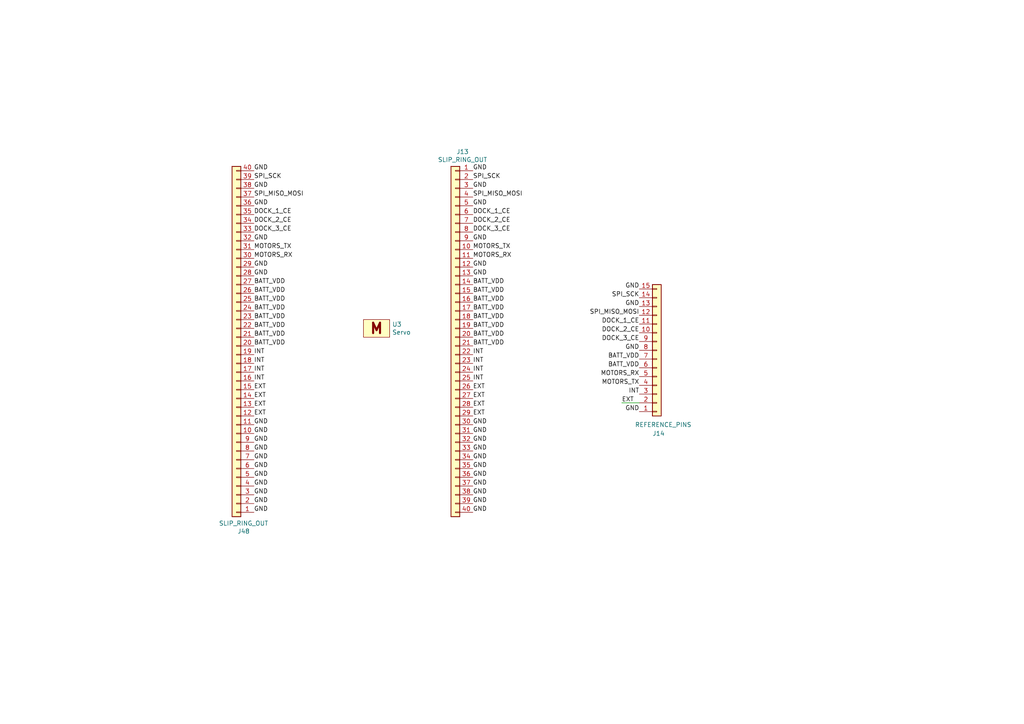
<source format=kicad_sch>
(kicad_sch (version 20230121) (generator eeschema)
  (paper "A4")
  (lib_symbols
    (symbol "Connector_Generic:Conn_01x15" (pin_names (offset 1.016) hide)
      (property "Reference" "J" (at 0 20.32 0))
      (property "Value" "Connector_Generic_Conn_01x15" (at 0 -20.32 0))
      (symbol "Conn_01x15_1_1"
        (rectangle (start -1.27 -17.653) (end 0 -17.907) (stroke (width 0.1524)))
        (rectangle (start -1.27 -15.113) (end 0 -15.367) (stroke (width 0.1524)))
        (rectangle (start -1.27 -12.573) (end 0 -12.827) (stroke (width 0.1524)))
        (rectangle (start -1.27 -10.033) (end 0 -10.287) (stroke (width 0.1524)))
        (rectangle (start -1.27 -7.493) (end 0 -7.747) (stroke (width 0.1524)))
        (rectangle (start -1.27 -4.953) (end 0 -5.207) (stroke (width 0.1524)))
        (rectangle (start -1.27 -2.413) (end 0 -2.667) (stroke (width 0.1524)))
        (rectangle (start -1.27 0.127) (end 0 -0.127) (stroke (width 0.1524)))
        (rectangle (start -1.27 2.667) (end 0 2.413) (stroke (width 0.1524)))
        (rectangle (start -1.27 5.207) (end 0 4.953) (stroke (width 0.1524)))
        (rectangle (start -1.27 7.747) (end 0 7.493) (stroke (width 0.1524)))
        (rectangle (start -1.27 10.287) (end 0 10.033) (stroke (width 0.1524)))
        (rectangle (start -1.27 12.827) (end 0 12.573) (stroke (width 0.1524)))
        (rectangle (start -1.27 15.367) (end 0 15.113) (stroke (width 0.1524)))
        (rectangle (start -1.27 17.907) (end 0 17.653) (stroke (width 0.1524)))
        (rectangle (start -1.27 19.05) (end 1.27 -19.05) (stroke (width 0.254)) (fill (type background)))
        (pin passive line (at -5.08 17.78 0) (length 3.81) (name "Pin_1") (number "1"))
        (pin passive line (at -5.08 -5.08 0) (length 3.81) (name "Pin_10") (number "10"))
        (pin passive line (at -5.08 -7.62 0) (length 3.81) (name "Pin_11") (number "11"))
        (pin passive line (at -5.08 -10.16 0) (length 3.81) (name "Pin_12") (number "12"))
        (pin passive line (at -5.08 -12.7 0) (length 3.81) (name "Pin_13") (number "13"))
        (pin passive line (at -5.08 -15.24 0) (length 3.81) (name "Pin_14") (number "14"))
        (pin passive line (at -5.08 -17.78 0) (length 3.81) (name "Pin_15") (number "15"))
        (pin passive line (at -5.08 15.24 0) (length 3.81) (name "Pin_2") (number "2"))
        (pin passive line (at -5.08 12.7 0) (length 3.81) (name "Pin_3") (number "3"))
        (pin passive line (at -5.08 10.16 0) (length 3.81) (name "Pin_4") (number "4"))
        (pin passive line (at -5.08 7.62 0) (length 3.81) (name "Pin_5") (number "5"))
        (pin passive line (at -5.08 5.08 0) (length 3.81) (name "Pin_6") (number "6"))
        (pin passive line (at -5.08 2.54 0) (length 3.81) (name "Pin_7") (number "7"))
        (pin passive line (at -5.08 0 0) (length 3.81) (name "Pin_8") (number "8"))
        (pin passive line (at -5.08 -2.54 0) (length 3.81) (name "Pin_9") (number "9"))
      )
    )
    (symbol "Connector_Generic:Conn_01x40" (pin_names (offset 1.016) hide)
      (property "Reference" "J" (at 0 50.8 0))
      (property "Value" "Connector_Generic_Conn_01x40" (at 0 -53.34 0))
      (symbol "Conn_01x40_1_1"
        (rectangle (start -1.27 -50.673) (end 0 -50.927) (stroke (width 0.1524)))
        (rectangle (start -1.27 -48.133) (end 0 -48.387) (stroke (width 0.1524)))
        (rectangle (start -1.27 -45.593) (end 0 -45.847) (stroke (width 0.1524)))
        (rectangle (start -1.27 -43.053) (end 0 -43.307) (stroke (width 0.1524)))
        (rectangle (start -1.27 -40.513) (end 0 -40.767) (stroke (width 0.1524)))
        (rectangle (start -1.27 -37.973) (end 0 -38.227) (stroke (width 0.1524)))
        (rectangle (start -1.27 -35.433) (end 0 -35.687) (stroke (width 0.1524)))
        (rectangle (start -1.27 -32.893) (end 0 -33.147) (stroke (width 0.1524)))
        (rectangle (start -1.27 -30.353) (end 0 -30.607) (stroke (width 0.1524)))
        (rectangle (start -1.27 -27.813) (end 0 -28.067) (stroke (width 0.1524)))
        (rectangle (start -1.27 -25.273) (end 0 -25.527) (stroke (width 0.1524)))
        (rectangle (start -1.27 -22.733) (end 0 -22.987) (stroke (width 0.1524)))
        (rectangle (start -1.27 -20.193) (end 0 -20.447) (stroke (width 0.1524)))
        (rectangle (start -1.27 -17.653) (end 0 -17.907) (stroke (width 0.1524)))
        (rectangle (start -1.27 -15.113) (end 0 -15.367) (stroke (width 0.1524)))
        (rectangle (start -1.27 -12.573) (end 0 -12.827) (stroke (width 0.1524)))
        (rectangle (start -1.27 -10.033) (end 0 -10.287) (stroke (width 0.1524)))
        (rectangle (start -1.27 -7.493) (end 0 -7.747) (stroke (width 0.1524)))
        (rectangle (start -1.27 -4.953) (end 0 -5.207) (stroke (width 0.1524)))
        (rectangle (start -1.27 -2.413) (end 0 -2.667) (stroke (width 0.1524)))
        (rectangle (start -1.27 0.127) (end 0 -0.127) (stroke (width 0.1524)))
        (rectangle (start -1.27 2.667) (end 0 2.413) (stroke (width 0.1524)))
        (rectangle (start -1.27 5.207) (end 0 4.953) (stroke (width 0.1524)))
        (rectangle (start -1.27 7.747) (end 0 7.493) (stroke (width 0.1524)))
        (rectangle (start -1.27 10.287) (end 0 10.033) (stroke (width 0.1524)))
        (rectangle (start -1.27 12.827) (end 0 12.573) (stroke (width 0.1524)))
        (rectangle (start -1.27 15.367) (end 0 15.113) (stroke (width 0.1524)))
        (rectangle (start -1.27 17.907) (end 0 17.653) (stroke (width 0.1524)))
        (rectangle (start -1.27 20.447) (end 0 20.193) (stroke (width 0.1524)))
        (rectangle (start -1.27 22.987) (end 0 22.733) (stroke (width 0.1524)))
        (rectangle (start -1.27 25.527) (end 0 25.273) (stroke (width 0.1524)))
        (rectangle (start -1.27 28.067) (end 0 27.813) (stroke (width 0.1524)))
        (rectangle (start -1.27 30.607) (end 0 30.353) (stroke (width 0.1524)))
        (rectangle (start -1.27 33.147) (end 0 32.893) (stroke (width 0.1524)))
        (rectangle (start -1.27 35.687) (end 0 35.433) (stroke (width 0.1524)))
        (rectangle (start -1.27 38.227) (end 0 37.973) (stroke (width 0.1524)))
        (rectangle (start -1.27 40.767) (end 0 40.513) (stroke (width 0.1524)))
        (rectangle (start -1.27 43.307) (end 0 43.053) (stroke (width 0.1524)))
        (rectangle (start -1.27 45.847) (end 0 45.593) (stroke (width 0.1524)))
        (rectangle (start -1.27 48.387) (end 0 48.133) (stroke (width 0.1524)))
        (rectangle (start -1.27 49.53) (end 1.27 -52.07) (stroke (width 0.254)) (fill (type background)))
        (pin passive line (at -5.08 48.26 0) (length 3.81) (name "Pin_1") (number "1"))
        (pin passive line (at -5.08 25.4 0) (length 3.81) (name "Pin_10") (number "10"))
        (pin passive line (at -5.08 22.86 0) (length 3.81) (name "Pin_11") (number "11"))
        (pin passive line (at -5.08 20.32 0) (length 3.81) (name "Pin_12") (number "12"))
        (pin passive line (at -5.08 17.78 0) (length 3.81) (name "Pin_13") (number "13"))
        (pin passive line (at -5.08 15.24 0) (length 3.81) (name "Pin_14") (number "14"))
        (pin passive line (at -5.08 12.7 0) (length 3.81) (name "Pin_15") (number "15"))
        (pin passive line (at -5.08 10.16 0) (length 3.81) (name "Pin_16") (number "16"))
        (pin passive line (at -5.08 7.62 0) (length 3.81) (name "Pin_17") (number "17"))
        (pin passive line (at -5.08 5.08 0) (length 3.81) (name "Pin_18") (number "18"))
        (pin passive line (at -5.08 2.54 0) (length 3.81) (name "Pin_19") (number "19"))
        (pin passive line (at -5.08 45.72 0) (length 3.81) (name "Pin_2") (number "2"))
        (pin passive line (at -5.08 0 0) (length 3.81) (name "Pin_20") (number "20"))
        (pin passive line (at -5.08 -2.54 0) (length 3.81) (name "Pin_21") (number "21"))
        (pin passive line (at -5.08 -5.08 0) (length 3.81) (name "Pin_22") (number "22"))
        (pin passive line (at -5.08 -7.62 0) (length 3.81) (name "Pin_23") (number "23"))
        (pin passive line (at -5.08 -10.16 0) (length 3.81) (name "Pin_24") (number "24"))
        (pin passive line (at -5.08 -12.7 0) (length 3.81) (name "Pin_25") (number "25"))
        (pin passive line (at -5.08 -15.24 0) (length 3.81) (name "Pin_26") (number "26"))
        (pin passive line (at -5.08 -17.78 0) (length 3.81) (name "Pin_27") (number "27"))
        (pin passive line (at -5.08 -20.32 0) (length 3.81) (name "Pin_28") (number "28"))
        (pin passive line (at -5.08 -22.86 0) (length 3.81) (name "Pin_29") (number "29"))
        (pin passive line (at -5.08 43.18 0) (length 3.81) (name "Pin_3") (number "3"))
        (pin passive line (at -5.08 -25.4 0) (length 3.81) (name "Pin_30") (number "30"))
        (pin passive line (at -5.08 -27.94 0) (length 3.81) (name "Pin_31") (number "31"))
        (pin passive line (at -5.08 -30.48 0) (length 3.81) (name "Pin_32") (number "32"))
        (pin passive line (at -5.08 -33.02 0) (length 3.81) (name "Pin_33") (number "33"))
        (pin passive line (at -5.08 -35.56 0) (length 3.81) (name "Pin_34") (number "34"))
        (pin passive line (at -5.08 -38.1 0) (length 3.81) (name "Pin_35") (number "35"))
        (pin passive line (at -5.08 -40.64 0) (length 3.81) (name "Pin_36") (number "36"))
        (pin passive line (at -5.08 -43.18 0) (length 3.81) (name "Pin_37") (number "37"))
        (pin passive line (at -5.08 -45.72 0) (length 3.81) (name "Pin_38") (number "38"))
        (pin passive line (at -5.08 -48.26 0) (length 3.81) (name "Pin_39") (number "39"))
        (pin passive line (at -5.08 40.64 0) (length 3.81) (name "Pin_4") (number "4"))
        (pin passive line (at -5.08 -50.8 0) (length 3.81) (name "Pin_40") (number "40"))
        (pin passive line (at -5.08 38.1 0) (length 3.81) (name "Pin_5") (number "5"))
        (pin passive line (at -5.08 35.56 0) (length 3.81) (name "Pin_6") (number "6"))
        (pin passive line (at -5.08 33.02 0) (length 3.81) (name "Pin_7") (number "7"))
        (pin passive line (at -5.08 30.48 0) (length 3.81) (name "Pin_8") (number "8"))
        (pin passive line (at -5.08 27.94 0) (length 3.81) (name "Pin_9") (number "9"))
      )
    )
    (symbol "rofi:Servo" (pin_names (offset 1.016))
      (property "Reference" "U" (at 0 -3.81 0))
      (property "Value" "Servo" (at 0 3.81 0))
      (symbol "Servo_0_0"
        (text "M" (at 0 0 0) (effects (font (size 2.9972 2.9972) bold)))
      )
      (symbol "Servo_0_1"
        (rectangle (start -3.81 2.54) (end 3.81 -2.54) (fill (type background)))
      )
    )
  )
  (wire (pts (xy 185.42 116.84) (xy 180.34 116.84)))
  (label "DOCK_2_CE" (at 73.66 64.77 0))
  (label "EXT" (at 137.16 113.03 0))
  (label "GND" (at 73.66 49.53 0))
  (label "BATT_VDD" (at 73.66 90.17 0))
  (label "MOTORS_TX" (at 137.16 72.39 0))
  (label "GND" (at 185.42 83.82 180))
  (label "INT" (at 73.66 110.49 0))
  (label "GND" (at 137.16 69.85 0))
  (label "GND" (at 73.66 54.61 0))
  (label "GND" (at 137.16 143.51 0))
  (label "BATT_VDD" (at 73.66 85.09 0))
  (label "BATT_VDD" (at 137.16 90.17 0))
  (label "GND" (at 73.66 135.89 0))
  (label "BATT_VDD" (at 73.66 97.79 0))
  (label "BATT_VDD" (at 137.16 85.09 0))
  (label "GND" (at 137.16 59.69 0))
  (label "INT" (at 137.16 105.41 0))
  (label "DOCK_2_CE" (at 185.42 96.52 180))
  (label "INT" (at 185.42 114.3 180))
  (label "EXT" (at 137.16 120.65 0))
  (label "GND" (at 137.16 148.59 0))
  (label "GND" (at 73.66 148.59 0))
  (label "GND" (at 73.66 138.43 0))
  (label "GND" (at 185.42 88.9 180))
  (label "BATT_VDD" (at 137.16 95.25 0))
  (label "GND" (at 73.66 143.51 0))
  (label "GND" (at 73.66 133.35 0))
  (label "DOCK_3_CE" (at 137.16 67.31 0))
  (label "EXT" (at 137.16 115.57 0))
  (label "GND" (at 137.16 123.19 0))
  (label "GND" (at 73.66 146.05 0))
  (label "GND" (at 137.16 138.43 0))
  (label "EXT" (at 73.66 115.57 0))
  (label "GND" (at 137.16 125.73 0))
  (label "INT" (at 73.66 102.87 0))
  (label "EXT" (at 137.16 118.11 0))
  (label "DOCK_1_CE" (at 73.66 62.23 0))
  (label "MOTORS_RX" (at 73.66 74.93 0))
  (label "EXT" (at 73.66 120.65 0))
  (label "GND" (at 137.16 54.61 0))
  (label "EXT" (at 73.66 118.11 0))
  (label "BATT_VDD" (at 73.66 92.71 0))
  (label "GND" (at 137.16 130.81 0))
  (label "GND" (at 73.66 77.47 0))
  (label "GND" (at 185.42 119.38 180))
  (label "GND" (at 73.66 59.69 0))
  (label "GND" (at 137.16 128.27 0))
  (label "GND" (at 137.16 80.01 0))
  (label "MOTORS_RX" (at 137.16 74.93 0))
  (label "MOTORS_TX" (at 73.66 72.39 0))
  (label "SPI_MISO_MOSI" (at 185.42 91.44 180))
  (label "DOCK_3_CE" (at 185.42 99.06 180))
  (label "EXT" (at 180.34 116.84 0))
  (label "INT" (at 73.66 105.41 0))
  (label "SPI_SCK" (at 137.16 52.07 0))
  (label "GND" (at 73.66 80.01 0))
  (label "GND" (at 73.66 130.81 0))
  (label "BATT_VDD" (at 185.42 104.14 180))
  (label "GND" (at 73.66 69.85 0))
  (label "GND" (at 73.66 140.97 0))
  (label "BATT_VDD" (at 137.16 92.71 0))
  (label "SPI_SCK" (at 73.66 52.07 0))
  (label "GND" (at 137.16 146.05 0))
  (label "SPI_SCK" (at 185.42 86.36 180))
  (label "DOCK_3_CE" (at 73.66 67.31 0))
  (label "DOCK_1_CE" (at 185.42 93.98 180))
  (label "BATT_VDD" (at 137.16 97.79 0))
  (label "BATT_VDD" (at 73.66 100.33 0))
  (label "BATT_VDD" (at 73.66 82.55 0))
  (label "GND" (at 137.16 140.97 0))
  (label "SPI_MISO_MOSI" (at 137.16 57.15 0))
  (label "BATT_VDD" (at 73.66 95.25 0))
  (label "MOTORS_TX" (at 185.42 111.76 180))
  (label "GND" (at 73.66 125.73 0))
  (label "GND" (at 137.16 135.89 0))
  (label "INT" (at 137.16 102.87 0))
  (label "MOTORS_RX" (at 185.42 109.22 180))
  (label "GND" (at 137.16 77.47 0))
  (label "DOCK_2_CE" (at 137.16 64.77 0))
  (label "GND" (at 73.66 123.19 0))
  (label "BATT_VDD" (at 137.16 87.63 0))
  (label "INT" (at 137.16 107.95 0))
  (label "GND" (at 137.16 133.35 0))
  (label "BATT_VDD" (at 73.66 87.63 0))
  (label "INT" (at 137.16 110.49 0))
  (label "BATT_VDD" (at 137.16 100.33 0))
  (label "EXT" (at 73.66 113.03 0))
  (label "BATT_VDD" (at 185.42 106.68 180))
  (label "BATT_VDD" (at 137.16 82.55 0))
  (label "SPI_MISO_MOSI" (at 73.66 57.15 0))
  (label "DOCK_1_CE" (at 137.16 62.23 0))
  (label "INT" (at 73.66 107.95 0))
  (label "GND" (at 185.42 101.6 180))
  (label "GND" (at 137.16 49.53 0))
  (label "GND" (at 73.66 128.27 0))
  (symbol (lib_id "Connector_Generic:Conn_01x40") (at 132.08 97.79 0) (mirror y) (unit 1)
    (property "Reference" "J13" (at 134.1628 44.0182 0))
    (property "Value" "SLIP_RING_OUT" (at 134.1628 46.3296 0))
    (property "Footprint" "Connector_FFC-FPC:Hirose_FH12-40S-0.5SH_1x40-1MP_P0.50mm_Horizontal" (effects hide))
    (property "MFR" "FH12-40S-0.5SH(55)" (effects hide))
    (property "MFR_QTY" "1" (effects hide))
    (property "JLCPCB_IGNORE" "YES" (effects hide))
  )
  (symbol (lib_id "rofi:Servo") (at 109.22 95.25 0) (unit 1)
    (property "Reference" "U3" (at 113.7412 94.0816 0) (effects (justify left)))
    (property "Value" "Servo" (at 113.7412 96.393 0) (effects (justify left)))
    (property "Footprint" "rofi:Dynamixel-XL-430-TOP" (effects hide))
    (property "JLCPCB_IGNORE" "YES" (effects hide))
  )
  (symbol (lib_id "Connector_Generic:Conn_01x15") (at 190.5 101.6 0) (mirror x) (unit 1)
    (property "Reference" "J14" (at 189.23 125.73 0) (effects (justify left)))
    (property "Value" "REFERENCE_PINS" (at 184.15 123.19 0) (effects (justify left)))
    (property "Footprint" "rofi:SlipRing-120220-0161" (effects hide))
    (property "JLCPCB_IGNORE" "YES" (effects hide))
  )
  (symbol (lib_id "Connector_Generic:Conn_01x40") (at 68.58 100.33 180) (unit 1)
    (property "Reference" "J48" (at 70.6628 154.1018 0))
    (property "Value" "SLIP_RING_OUT" (at 70.6628 151.7904 0))
    (property "Footprint" "Connector_FFC-FPC:Hirose_FH12-40S-0.5SH_1x40-1MP_P0.50mm_Horizontal" (effects hide))
    (property "MFR" "FH12-40S-0.5SH(55)" (effects hide))
    (property "MFR_QTY" "1" (effects hide))
    (property "JLCPCB_IGNORE" "YES" (effects hide))
  )
)
</source>
